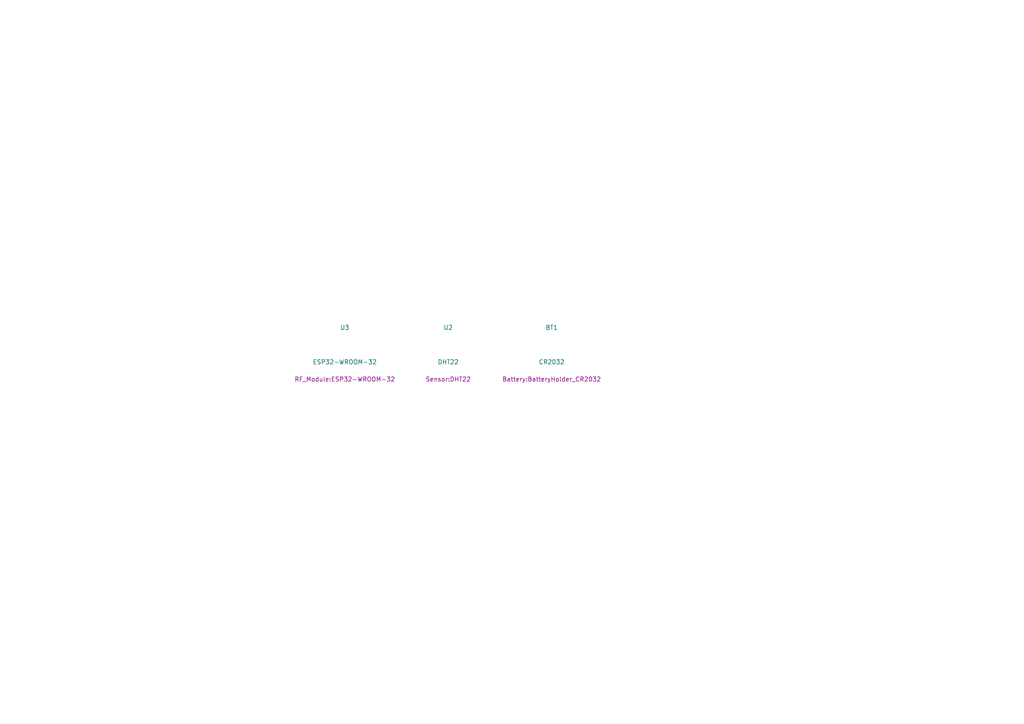
<source format=kicad_sch>
(kicad_sch (version 20211123) (generator eeschema)
  (paper "A4")
  (lib_symbols
    (symbol "MCU_Microchip_ATmega:ATmega328P-AU"
      (property "Reference" "U1" (at 0 0 0))
      (property "Value" "ATmega328P-AU" (at 0 -2.54 0))
    )
    (symbol "Sensor_Temperature:DHT22"
      (property "Reference" "U2" (at 0 0 0))
      (property "Value" "DHT22" (at 0 -2.54 0))
    )
    (symbol "RF_Module:ESP32-WROOM-32"
      (property "Reference" "U3" (at 0 0 0))
      (property "Value" "ESP32-WROOM-32" (at 0 -2.54 0))
    )
    (symbol "Device:Battery_Cell"
      (property "Reference" "BT1" (at 0 0 0))
      (property "Value" "CR2032" (at 0 -2.54 0))
    )
  )
  (symbol (lib_id "RF_Module:ESP32-WROOM-32") (at 100 100 0) (unit 1)
    (property "Reference" "U3" (at 100 95 0))
    (property "Value" "ESP32-WROOM-32" (at 100 105 0))
    (property "Footprint" "RF_Module:ESP32-WROOM-32" (at 100 110 0))
  )
  (symbol (lib_id "Sensor_Temperature:DHT22") (at 130 100 0) (unit 1)
    (property "Reference" "U2" (at 130 95 0))
    (property "Value" "DHT22" (at 130 105 0))
    (property "Footprint" "Sensor:DHT22" (at 130 110 0))
  )
  (symbol (lib_id "Device:Battery_Cell") (at 160 100 0) (unit 1)
    (property "Reference" "BT1" (at 160 95 0))
    (property "Value" "CR2032" (at 160 105 0))
    (property "Footprint" "Battery:BatteryHolder_CR2032" (at 160 110 0))
  )
)
</source>
